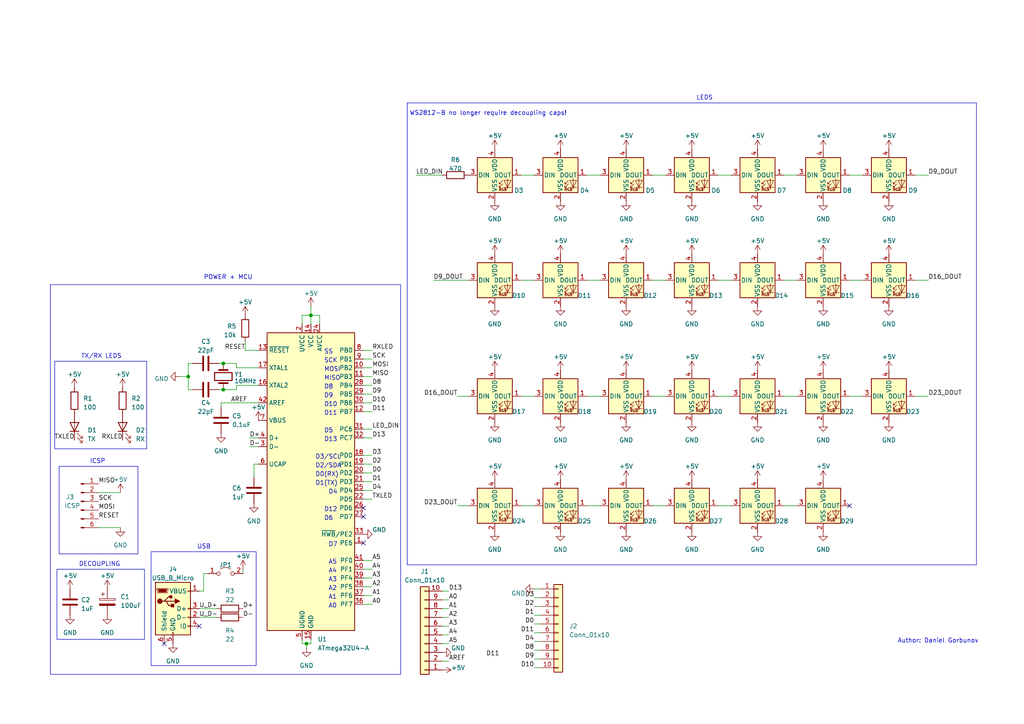
<source format=kicad_sch>
(kicad_sch (version 20230121) (generator eeschema)
  (paper "A4")
  (title_block (title "IEEE - DIY LEDs") (date "2024-03-17") (rev "v1"))
  (lib_symbols
    (symbol "Connector:Conn_01x06_Pin" (pin_names (offset 1.016) hide)
      (property "Reference" "J" (at 0 7.62 0))
      (property "Value" "Conn_01x06_Pin" (at 0 -10.16 0))
      (symbol "Conn_01x06_Pin_1_1"
        (pin passive line (at 5.08 5.08 180) (length 3.81) (name "Pin_1") (number "1"))
        (pin passive line (at 5.08 2.54 180) (length 3.81) (name "Pin_2") (number "2"))
        (pin passive line (at 5.08 0 180) (length 3.81) (name "Pin_3") (number "3"))
        (pin passive line (at 5.08 -2.54 180) (length 3.81) (name "Pin_4") (number "4"))
        (pin passive line (at 5.08 -5.08 180) (length 3.81) (name "Pin_5") (number "5"))
        (pin passive line (at 5.08 -7.62 180) (length 3.81) (name "Pin_6") (number "6"))
      )
    )
    (symbol "Connector:USB_B_Micro" (pin_names (offset 1.016))
      (property "Reference" "J" (at -5.08 11.43 0))
      (property "Value" "USB_B_Micro" (at -5.08 8.89 0))
      (symbol "USB_B_Micro_1_1"
        (pin power_out line (at 7.62 5.08 180) (length 2.54) (name "VBUS") (number "1"))
        (pin bidirectional line (at 7.62 -2.54 180) (length 2.54) (name "D-") (number "2"))
        (pin bidirectional line (at 7.62 0 180) (length 2.54) (name "D+") (number "3"))
        (pin passive line (at 7.62 -5.08 180) (length 2.54) (name "ID") (number "4"))
        (pin power_out line (at 0 -10.16 90) (length 2.54) (name "GND") (number "5"))
        (pin passive line (at -2.54 -10.16 90) (length 2.54) (name "Shield") (number "6"))
      )
    )
    (symbol "Connector_Generic:Conn_01x10" (pin_names (offset 1.016) hide)
      (property "Reference" "J" (at 0 12.7 0))
      (property "Value" "Conn_01x10" (at 0 -15.24 0))
      (symbol "Conn_01x10_1_1"
        (pin passive line (at -5.08 10.16 0) (length 3.81) (name "Pin_1") (number "1"))
        (pin passive line (at -5.08 -12.7 0) (length 3.81) (name "Pin_10") (number "10"))
        (pin passive line (at -5.08 7.62 0) (length 3.81) (name "Pin_2") (number "2"))
        (pin passive line (at -5.08 5.08 0) (length 3.81) (name "Pin_3") (number "3"))
        (pin passive line (at -5.08 2.54 0) (length 3.81) (name "Pin_4") (number "4"))
        (pin passive line (at -5.08 0 0) (length 3.81) (name "Pin_5") (number "5"))
        (pin passive line (at -5.08 -2.54 0) (length 3.81) (name "Pin_6") (number "6"))
        (pin passive line (at -5.08 -5.08 0) (length 3.81) (name "Pin_7") (number "7"))
        (pin passive line (at -5.08 -7.62 0) (length 3.81) (name "Pin_8") (number "8"))
        (pin passive line (at -5.08 -10.16 0) (length 3.81) (name "Pin_9") (number "9"))
      )
    )
    (symbol "Device:C" (pin_numbers hide) (pin_names (offset 0.254))
      (property "Reference" "C" (at 0.635 2.54 0))
      (property "Value" "C" (at 0.635 -2.54 0))
      (symbol "C_1_1"
        (pin passive line (at 0 3.81 270) (length 2.794) (name "~") (number "1"))
        (pin passive line (at 0 -3.81 90) (length 2.794) (name "~") (number "2"))
      )
    )
    (symbol "Device:C_Polarized" (pin_numbers hide) (pin_names (offset 0.254))
      (property "Reference" "C" (at 0.635 2.54 0))
      (property "Value" "C_Polarized" (at 0.635 -2.54 0))
      (symbol "C_Polarized_1_1"
        (pin passive line (at 0 3.81 270) (length 2.794) (name "~") (number "1"))
        (pin passive line (at 0 -3.81 90) (length 2.794) (name "~") (number "2"))
      )
    )
    (symbol "Device:Crystal" (pin_numbers hide) (pin_names (offset 1.016) hide)
      (property "Reference" "Y" (at 0 3.81 0))
      (property "Value" "Crystal" (at 0 -3.81 0))
      (symbol "Crystal_1_1"
        (pin passive line (at -3.81 0 0) (length 1.27) (name "1") (number "1"))
        (pin passive line (at 3.81 0 180) (length 1.27) (name "2") (number "2"))
      )
    )
    (symbol "Device:LED" (pin_numbers hide) (pin_names (offset 1.016) hide)
      (property "Reference" "D" (at 0 2.54 0))
      (property "Value" "LED" (at 0 -2.54 0))
      (symbol "LED_1_1"
        (pin passive line (at -3.81 0 0) (length 2.54) (name "K") (number "1"))
        (pin passive line (at 3.81 0 180) (length 2.54) (name "A") (number "2"))
      )
    )
    (symbol "Device:R" (pin_numbers hide) (pin_names (offset 0))
      (property "Reference" "R" (at 2.032 0 90))
      (property "Value" "R" (at 0 0 90))
      (symbol "R_1_1"
        (pin passive line (at 0 3.81 270) (length 1.27) (name "~") (number "1"))
        (pin passive line (at 0 -3.81 90) (length 1.27) (name "~") (number "2"))
      )
    )
    (symbol "Jumper:Jumper_2_Open" (pin_names (offset 0) hide)
      (property "Reference" "JP" (at 0 2.794 0))
      (property "Value" "Jumper_2_Open" (at 0 -2.286 0))
      (symbol "Jumper_2_Open_1_1"
        (pin passive line (at -5.08 0 0) (length 2.54) (name "A") (number "1"))
        (pin passive line (at 5.08 0 180) (length 2.54) (name "B") (number "2"))
      )
    )
    (symbol "LED:SK6812MINI" (pin_names (offset 0.254))
      (property "Reference" "D" (at 5.08 5.715 0))
      (property "Value" "SK6812MINI" (at 1.27 -5.715 0))
      (symbol "SK6812MINI_0_0"
        (text "RGB" (at 2.286 -4.191 0) (effects (font (size 0.762 0.762))))
      )
      (symbol "SK6812MINI_1_1"
        (pin output line (at 7.62 0 180) (length 2.54) (name "DOUT") (number "1"))
        (pin power_in line (at 0 -7.62 90) (length 2.54) (name "VSS") (number "2"))
        (pin input line (at -7.62 0 0) (length 2.54) (name "DIN") (number "3"))
        (pin power_in line (at 0 7.62 270) (length 2.54) (name "VDD") (number "4"))
      )
    )
    (symbol "MCU_Microchip_ATmega:ATmega32U4-A"
      (property "Reference" "U" (at -12.7 44.45 0))
      (property "Value" "ATmega32U4-A" (at 2.54 -44.45 0))
      (symbol "ATmega32U4-A_1_1"
        (pin bidirectional line (at 15.24 -17.78 180) (length 2.54) (name "PE6") (number "1"))
        (pin bidirectional line (at 15.24 33.02 180) (length 2.54) (name "PB2") (number "10"))
        (pin bidirectional line (at 15.24 30.48 180) (length 2.54) (name "PB3") (number "11"))
        (pin bidirectional line (at 15.24 20.32 180) (length 2.54) (name "PB7") (number "12"))
        (pin input line (at -15.24 38.1 0) (length 2.54) (name "~{RESET}") (number "13"))
        (pin power_in line (at 0 45.72 270) (length 2.54) (name "VCC") (number "14"))
        (pin power_in line (at 0 -45.72 90) (length 2.54) (name "GND") (number "15"))
        (pin output line (at -15.24 27.94 0) (length 2.54) (name "XTAL2") (number "16"))
        (pin input line (at -15.24 33.02 0) (length 2.54) (name "XTAL1") (number "17"))
        (pin bidirectional line (at 15.24 7.62 180) (length 2.54) (name "PD0") (number "18"))
        (pin bidirectional line (at 15.24 5.08 180) (length 2.54) (name "PD1") (number "19"))
        (pin power_in line (at -2.54 45.72 270) (length 2.54) (name "UVCC") (number "2"))
        (pin bidirectional line (at 15.24 2.54 180) (length 2.54) (name "PD2") (number "20"))
        (pin bidirectional line (at 15.24 0 180) (length 2.54) (name "PD3") (number "21"))
        (pin bidirectional line (at 15.24 -5.08 180) (length 2.54) (name "PD5") (number "22"))
        (pin passive line (at 0 -45.72 90) (length 2.54) hide (name "GND") (number "23"))
        (pin power_in line (at 2.54 45.72 270) (length 2.54) (name "AVCC") (number "24"))
        (pin bidirectional line (at 15.24 -2.54 180) (length 2.54) (name "PD4") (number "25"))
        (pin bidirectional line (at 15.24 -7.62 180) (length 2.54) (name "PD6") (number "26"))
        (pin bidirectional line (at 15.24 -10.16 180) (length 2.54) (name "PD7") (number "27"))
        (pin bidirectional line (at 15.24 27.94 180) (length 2.54) (name "PB4") (number "28"))
        (pin bidirectional line (at 15.24 25.4 180) (length 2.54) (name "PB5") (number "29"))
        (pin bidirectional line (at -15.24 10.16 0) (length 2.54) (name "D-") (number "3"))
        (pin bidirectional line (at 15.24 22.86 180) (length 2.54) (name "PB6") (number "30"))
        (pin bidirectional line (at 15.24 15.24 180) (length 2.54) (name "PC6") (number "31"))
        (pin bidirectional line (at 15.24 12.7 180) (length 2.54) (name "PC7") (number "32"))
        (pin bidirectional line (at 15.24 -15.24 180) (length 2.54) (name "~{HWB}/PE2") (number "33"))
        (pin passive line (at 0 45.72 270) (length 2.54) hide (name "VCC") (number "34"))
        (pin passive line (at 0 -45.72 90) (length 2.54) hide (name "GND") (number "35"))
        (pin bidirectional line (at 15.24 -35.56 180) (length 2.54) (name "PF7") (number "36"))
        (pin bidirectional line (at 15.24 -33.02 180) (length 2.54) (name "PF6") (number "37"))
        (pin bidirectional line (at 15.24 -30.48 180) (length 2.54) (name "PF5") (number "38"))
        (pin bidirectional line (at 15.24 -27.94 180) (length 2.54) (name "PF4") (number "39"))
        (pin bidirectional line (at -15.24 12.7 0) (length 2.54) (name "D+") (number "4"))
        (pin bidirectional line (at 15.24 -25.4 180) (length 2.54) (name "PF1") (number "40"))
        (pin bidirectional line (at 15.24 -22.86 180) (length 2.54) (name "PF0") (number "41"))
        (pin passive line (at -15.24 22.86 0) (length 2.54) (name "AREF") (number "42"))
        (pin passive line (at 0 -45.72 90) (length 2.54) hide (name "GND") (number "43"))
        (pin passive line (at 2.54 45.72 270) (length 2.54) hide (name "AVCC") (number "44"))
        (pin passive line (at -2.54 -45.72 90) (length 2.54) (name "UGND") (number "5"))
        (pin passive line (at -15.24 5.08 0) (length 2.54) (name "UCAP") (number "6"))
        (pin input line (at -15.24 17.78 0) (length 2.54) (name "VBUS") (number "7"))
        (pin bidirectional line (at 15.24 38.1 180) (length 2.54) (name "PB0") (number "8"))
        (pin bidirectional line (at 15.24 35.56 180) (length 2.54) (name "PB1") (number "9"))
      )
    )
    (symbol "Sensor_Motion:BNO055"
      (property "Reference" "U" (at -11.43 16.51 0))
      (property "Value" "BNO055" (at 12.7 16.51 0))
      (symbol "BNO055_1_1"
        (pin no_connect line (at -12.7 10.16 0) (length 2.54) hide (name "PIN1") (number "1"))
        (pin output line (at -15.24 0 0) (length 2.54) (name "BL_IND") (number "10"))
        (pin input line (at -15.24 12.7 0) (length 2.54) (name "~{RESET}") (number "11"))
        (pin no_connect line (at 12.7 10.16 180) (length 2.54) hide (name "PIN12") (number "12"))
        (pin no_connect line (at 12.7 7.62 180) (length 2.54) hide (name "PIN13") (number "13"))
        (pin output line (at -15.24 7.62 0) (length 2.54) (name "INT") (number "14"))
        (pin power_in line (at 2.54 -17.78 90) (length 2.54) (name "GNDIO") (number "15"))
        (pin passive line (at 2.54 -17.78 90) (length 2.54) hide (name "GNDIO") (number "16"))
        (pin input line (at -15.24 -12.7 0) (length 2.54) (name "COM3") (number "17"))
        (pin passive line (at -15.24 -10.16 0) (length 2.54) (name "COM2") (number "18"))
        (pin bidirectional line (at -15.24 -7.62 0) (length 2.54) (name "COM1") (number "19"))
        (pin power_in line (at -2.54 -17.78 90) (length 2.54) (name "GND") (number "2"))
        (pin bidirectional line (at -15.24 -5.08 0) (length 2.54) (name "COM0") (number "20"))
        (pin no_connect line (at 12.7 5.08 180) (length 2.54) hide (name "PIN21") (number "21"))
        (pin no_connect line (at 12.7 2.54 180) (length 2.54) hide (name "PIN22") (number "22"))
        (pin no_connect line (at 12.7 -2.54 180) (length 2.54) hide (name "PIN23") (number "23"))
        (pin no_connect line (at 12.7 -5.08 180) (length 2.54) hide (name "PIN24") (number "24"))
        (pin passive line (at 2.54 -17.78 90) (length 2.54) hide (name "GNDIO") (number "25"))
        (pin output line (at 15.24 12.7 180) (length 2.54) (name "XOUT32") (number "26"))
        (pin input line (at 15.24 0 180) (length 2.54) (name "XIN32") (number "27"))
        (pin power_in line (at 2.54 17.78 270) (length 2.54) (name "VDDIO") (number "28"))
        (pin power_in line (at -2.54 17.78 270) (length 2.54) (name "VDD") (number "3"))
        (pin input line (at -15.24 2.54 0) (length 2.54) (name "~{BOOT_LOAD_PIN}") (number "4"))
        (pin input line (at 15.24 -10.16 180) (length 2.54) (name "PS1") (number "5"))
        (pin input line (at 15.24 -7.62 180) (length 2.54) (name "PS0") (number "6"))
        (pin no_connect line (at -12.7 5.08 0) (length 2.54) hide (name "PIN7") (number "7"))
        (pin no_connect line (at -12.7 -2.54 0) (length 2.54) hide (name "PIN8") (number "8"))
        (pin passive line (at 15.24 -12.7 180) (length 2.54) (name "CAP") (number "9"))
      )
    )
    (symbol "power:+5V" (power) (pin_names (offset 0))
      (property "Value" "+5V" (at 0 3.556 0))
      (symbol "+5V_1_1"
        (pin power_in line (at 0 0 90) (length 0) hide (name "+5V") (number "1"))
      )
    )
    (symbol "power:GND" (power) (pin_names (offset 0))
      (property "Value" "GND" (at 0 -3.81 0))
      (symbol "GND_1_1"
        (pin power_in line (at 0 0 270) (length 0) hide (name "GND") (number "1"))
      )
    )
  )
  (junction (at 54.61 109.22))
  (junction (at 64.77 105.41))
  (junction (at 90.17 91.44))
  (junction (at 64.77 113.03))
  (junction (at 88.9 186.69))
  (no_connect (at 105.41 157.48))
  (no_connect (at 105.41 149.86))
  (no_connect (at 57.785 181.61))
  (no_connect (at 105.41 147.32))
  (no_connect (at 246.38 146.685))
  (no_connect (at 47.625 186.69))
  (wire (pts (xy 128.27 171.45) (xy 130.175 171.45)))
  (wire (pts (xy 105.41 137.16) (xy 107.95 137.16)))
  (wire (pts (xy 154.94 186.055) (xy 156.845 186.055)))
  (wire (pts (xy 105.41 132.08) (xy 107.95 132.08)))
  (wire (pts (xy 63.5 105.41) (xy 64.77 105.41)))
  (wire (pts (xy 132.715 114.935) (xy 135.89 114.935)))
  (wire (pts (xy 105.41 116.84) (xy 107.95 116.84)))
  (wire (pts (xy 227.33 50.8) (xy 231.14 50.8)))
  (wire (pts (xy 154.94 188.595) (xy 156.845 188.595)))
  (wire (pts (xy 105.41 101.6) (xy 107.95 101.6)))
  (wire (pts (xy 63.5 113.03) (xy 64.77 113.03)))
  (wire (pts (xy 87.63 185.42) (xy 87.63 186.69)))
  (wire (pts (xy 189.23 114.935) (xy 193.04 114.935)))
  (wire (pts (xy 64.135 116.84) (xy 74.93 116.84)))
  (wire (pts (xy 128.27 184.15) (xy 130.175 184.15)))
  (wire (pts (xy 68.58 111.76) (xy 68.58 113.03)))
  (wire (pts (xy 105.41 104.14) (xy 107.95 104.14)))
  (wire (pts (xy 105.41 111.76) (xy 107.95 111.76)))
  (wire (pts (xy 105.41 167.64) (xy 107.95 167.64)))
  (wire (pts (xy 107.95 106.68) (xy 105.41 106.68)))
  (wire (pts (xy 128.27 186.69) (xy 130.175 186.69)))
  (wire (pts (xy 105.41 124.46) (xy 107.95 124.46)))
  (wire (pts (xy 105.41 134.62) (xy 107.95 134.62)))
  (wire (pts (xy 74.93 106.68) (xy 68.58 106.68)))
  (wire (pts (xy 54.61 113.03) (xy 55.88 113.03)))
  (wire (pts (xy 128.27 173.99) (xy 130.175 173.99)))
  (wire (pts (xy 189.23 81.28) (xy 193.04 81.28)))
  (wire (pts (xy 154.94 191.135) (xy 156.845 191.135)))
  (wire (pts (xy 128.27 191.77) (xy 130.175 191.77)))
  (wire (pts (xy 59.055 166.37) (xy 59.055 171.45)))
  (wire (pts (xy 54.61 105.41) (xy 54.61 109.22)))
  (wire (pts (xy 170.18 114.935) (xy 173.99 114.935)))
  (wire (pts (xy 170.18 81.28) (xy 173.99 81.28)))
  (wire (pts (xy 246.38 114.935) (xy 250.19 114.935)))
  (wire (pts (xy 208.28 146.685) (xy 212.09 146.685)))
  (wire (pts (xy 105.41 175.26) (xy 107.95 175.26)))
  (wire (pts (xy 34.925 153.035) (xy 28.575 153.035)))
  (wire (pts (xy 105.41 127) (xy 107.95 127)))
  (wire (pts (xy 105.41 165.1) (xy 107.95 165.1)))
  (wire (pts (xy 90.17 186.69) (xy 88.9 186.69)))
  (wire (pts (xy 105.41 142.24) (xy 107.95 142.24)))
  (wire (pts (xy 72.39 127) (xy 74.93 127)))
  (wire (pts (xy 208.28 81.28) (xy 212.09 81.28)))
  (wire (pts (xy 73.66 134.62) (xy 74.93 134.62)))
  (wire (pts (xy 105.41 144.78) (xy 107.95 144.78)))
  (wire (pts (xy 59.055 171.45) (xy 57.785 171.45)))
  (wire (pts (xy 68.58 105.41) (xy 64.77 105.41)))
  (wire (pts (xy 62.865 176.53) (xy 57.785 176.53)))
  (wire (pts (xy 120.65 50.8) (xy 128.27 50.8)))
  (wire (pts (xy 68.58 113.03) (xy 64.77 113.03)))
  (wire (pts (xy 151.13 114.935) (xy 154.94 114.935)))
  (wire (pts (xy 90.17 91.44) (xy 90.17 88.9)))
  (wire (pts (xy 62.865 179.07) (xy 57.785 179.07)))
  (wire (pts (xy 154.94 170.815) (xy 156.845 170.815)))
  (wire (pts (xy 105.41 172.72) (xy 107.95 172.72)))
  (wire (pts (xy 87.63 186.69) (xy 88.9 186.69)))
  (wire (pts (xy 265.43 114.935) (xy 269.24 114.935)))
  (wire (pts (xy 68.58 106.68) (xy 68.58 105.41)))
  (wire (pts (xy 154.94 193.675) (xy 156.845 193.675)))
  (wire (pts (xy 265.43 81.28) (xy 269.24 81.28)))
  (wire (pts (xy 90.17 91.44) (xy 90.17 93.98)))
  (wire (pts (xy 151.13 81.28) (xy 154.94 81.28)))
  (wire (pts (xy 154.94 180.975) (xy 156.845 180.975)))
  (wire (pts (xy 92.71 93.98) (xy 92.71 91.44)))
  (wire (pts (xy 151.13 146.685) (xy 154.94 146.685)))
  (wire (pts (xy 105.41 119.38) (xy 107.95 119.38)))
  (wire (pts (xy 208.28 50.8) (xy 212.09 50.8)))
  (wire (pts (xy 105.41 170.18) (xy 107.95 170.18)))
  (wire (pts (xy 132.715 146.685) (xy 135.89 146.685)))
  (wire (pts (xy 189.23 146.685) (xy 193.04 146.685)))
  (wire (pts (xy 87.63 91.44) (xy 90.17 91.44)))
  (wire (pts (xy 151.13 50.8) (xy 154.94 50.8)))
  (wire (pts (xy 72.39 129.54) (xy 74.93 129.54)))
  (wire (pts (xy 71.12 99.06) (xy 71.12 101.6)))
  (wire (pts (xy 70.485 165.1) (xy 70.485 166.37)))
  (wire (pts (xy 128.27 179.07) (xy 130.175 179.07)))
  (wire (pts (xy 170.18 146.685) (xy 173.99 146.685)))
  (wire (pts (xy 88.9 186.69) (xy 88.9 187.96)))
  (wire (pts (xy 71.12 101.6) (xy 74.93 101.6)))
  (wire (pts (xy 60.325 166.37) (xy 59.055 166.37)))
  (wire (pts (xy 128.27 176.53) (xy 130.175 176.53)))
  (wire (pts (xy 189.23 50.8) (xy 193.04 50.8)))
  (wire (pts (xy 105.41 114.3) (xy 107.95 114.3)))
  (wire (pts (xy 227.33 114.935) (xy 231.14 114.935)))
  (wire (pts (xy 54.61 109.22) (xy 52.07 109.22)))
  (wire (pts (xy 208.28 114.935) (xy 212.09 114.935)))
  (wire (pts (xy 246.38 81.28) (xy 250.19 81.28)))
  (wire (pts (xy 246.38 50.8) (xy 250.19 50.8)))
  (wire (pts (xy 265.43 50.8) (xy 269.24 50.8)))
  (wire (pts (xy 154.94 175.895) (xy 156.845 175.895)))
  (wire (pts (xy 34.925 142.875) (xy 28.575 142.875)))
  (wire (pts (xy 105.41 109.22) (xy 107.95 109.22)))
  (wire (pts (xy 128.27 181.61) (xy 130.175 181.61)))
  (wire (pts (xy 54.61 109.22) (xy 54.61 113.03)))
  (wire (pts (xy 125.73 81.28) (xy 135.89 81.28)))
  (wire (pts (xy 64.135 116.84) (xy 64.135 118.11)))
  (wire (pts (xy 154.94 183.515) (xy 156.845 183.515)))
  (wire (pts (xy 105.41 162.56) (xy 107.95 162.56)))
  (wire (pts (xy 170.18 50.8) (xy 173.99 50.8)))
  (wire (pts (xy 92.71 91.44) (xy 90.17 91.44)))
  (wire (pts (xy 90.17 185.42) (xy 90.17 186.69)))
  (wire (pts (xy 54.61 105.41) (xy 55.88 105.41)))
  (wire (pts (xy 227.33 146.685) (xy 231.14 146.685)))
  (wire (pts (xy 227.33 81.28) (xy 231.14 81.28)))
  (wire (pts (xy 154.94 173.355) (xy 156.845 173.355)))
  (wire (pts (xy 74.93 111.76) (xy 68.58 111.76)))
  (wire (pts (xy 154.94 178.435) (xy 156.845 178.435)))
  (wire (pts (xy 105.41 139.7) (xy 107.95 139.7)))
  (wire (pts (xy 73.66 138.43) (xy 73.66 134.62)))
  (wire (pts (xy 87.63 93.98) (xy 87.63 91.44)))
  (rectangle (start 118.11 29.845) (end 283.21 163.83))
  (rectangle (start 15.875 104.775) (end 42.545 130.175))
  (rectangle (start 14.605 82.55) (end 116.205 195.58))
  (rectangle (start 16.51 165.1) (end 41.91 185.42))
  (rectangle (start 17.145 135.255) (end 40.005 160.655))
  (rectangle (start 43.815 160.02) (end 74.295 193.04))
  (text "MOSI" (at 93.98 107.95 0) (effects (font (size 1.27 1.27)) (justify left bottom)))
  (text "D4" (at 95.25 143.51 0) (effects (font (size 1.27 1.27)) (justify left bottom)))
  (text "A4" (at 95.25 166.37 0) (effects (font (size 1.27 1.27)) (justify left bottom)))
  (text "D2/SDA" (at 91.44 135.89 0) (effects (font (size 1.27 1.27)) (justify left bottom)))
  (text "LEDS" (at 201.93 29.21 0) (effects (font (size 1.27 1.27)) (justify left bottom)))
  (text "D8" (at 93.98 113.03 0) (effects (font (size 1.27 1.27)) (justify left bottom)))
  (text "D11" (at 93.98 120.65 0) (effects (font (size 1.27 1.27)) (justify left bottom)))
  (text "D3/SCL" (at 91.44 133.35 0) (effects (font (size 1.27 1.27)) (justify left bottom)))
  (text "USB" (at 57.15 159.385 0) (effects (font (size 1.27 1.27)) (justify left bottom)))
  (text "D9" (at 93.98 115.57 0) (effects (font (size 1.27 1.27)) (justify left bottom)))
  (text "A2" (at 95.25 171.45 0) (effects (font (size 1.27 1.27)) (justify left bottom)))
  (text "DECOUPLING" (at 22.86 164.465 0) (effects (font (size 1.27 1.27)) (justify left bottom)))
  (text "D6" (at 93.98 151.13 0) (effects (font (size 1.27 1.27)) (justify left bottom)))
  (text "D1(TX)" (at 91.44 140.97 0) (effects (font (size 1.27 1.27)) (justify left bottom)))
  (text "A1" (at 95.25 173.99 0) (effects (font (size 1.27 1.27)) (justify left bottom)))
  (text "D13" (at 93.98 128.27 0) (effects (font (size 1.27 1.27)) (justify left bottom)))
  (text "D5" (at 93.98 125.73 0) (effects (font (size 1.27 1.27)) (justify left bottom)))
  (text "A0" (at 95.25 176.53 0) (effects (font (size 1.27 1.27)) (justify left bottom)))
  (text "WS2812-B no longer require decoupling caps!" (at 118.745 33.655 0) (effects (font (size 1.27 1.27)) (justify left bottom)))
  (text "Author: Daniel Gorbunov" (at 260.35 186.69 0) (effects (font (size 1.27 1.27)) (justify left bottom)))
  (text "MISO" (at 93.98 110.49 0) (effects (font (size 1.27 1.27)) (justify left bottom)))
  (text "D10" (at 93.98 118.11 0) (effects (font (size 1.27 1.27)) (justify left bottom)))
  (text "SS" (at 93.98 102.87 0) (effects (font (size 1.27 1.27)) (justify left bottom)))
  (text "A5" (at 95.25 163.83 0) (effects (font (size 1.27 1.27)) (justify left bottom)))
  (text "A3" (at 95.25 168.91 0) (effects (font (size 1.27 1.27)) (justify left bottom)))
  (text "POWER + MCU" (at 59.055 81.28 0) (effects (font (size 1.27 1.27)) (justify left bottom)))
  (text "TX/RX LEDS" (at 23.495 104.14 0) (effects (font (size 1.27 1.27)) (justify left bottom)))
  (text "ICSP" (at 26.035 134.62 0) (effects (font (size 1.27 1.27)) (justify left bottom)))
  (text "SCK" (at 93.98 105.41 0) (effects (font (size 1.27 1.27)) (justify left bottom)))
  (text "D12" (at 93.98 148.59 0) (effects (font (size 1.27 1.27)) (justify left bottom)))
  (text "D0(RX)" (at 91.44 138.43 0) (effects (font (size 1.27 1.27)) (justify left bottom)))
  (text "D7" (at 95.25 158.75 0) (effects (font (size 1.27 1.27)) (justify left bottom)))
  (label "A3" (at 130.175 181.61 0))
  (label "A5" (at 107.95 162.56 0))
  (label "A2" (at 130.175 179.07 0))
  (label "A4" (at 107.95 165.1 0))
  (label "D0" (at 154.94 180.975 180))
  (label "SCK" (at 107.95 104.14 0))
  (label "TXLED" (at 21.59 127.635 180))
  (label "D-" (at 72.39 129.54 0))
  (label "D1" (at 107.95 139.7 0))
  (label "AREF" (at 71.755 116.84 180))
  (label "A0" (at 107.95 175.26 0))
  (label "D2" (at 107.95 134.62 0))
  (label "LED_DIN" (at 107.95 124.46 0))
  (label "D13" (at 130.175 171.45 0))
  (label "D16_DOUT" (at 269.24 81.28 0))
  (label "SCK" (at 28.575 145.415 0))
  (label "U_D-" (at 57.785 179.07 0))
  (label "LED_DIN" (at 120.65 50.8 0))
  (label "RXLED" (at 35.56 127.635 180))
  (label "D10" (at 107.95 116.84 0))
  (label "D16_DOUT" (at 132.715 114.935 180))
  (label "RESET" (at 71.12 101.6 180))
  (label "D11" (at 140.97 190.5 0))
  (label "D2" (at 154.94 175.895 180))
  (label "A2" (at 107.95 170.18 0))
  (label "D3" (at 154.94 173.355 180))
  (label "D1" (at 154.94 178.435 180))
  (label "D0" (at 107.95 137.16 0))
  (label "A5" (at 130.175 186.69 0))
  (label "D4" (at 107.95 142.24 0))
  (label "D13" (at 107.95 127 0))
  (label "A1" (at 130.175 176.53 0))
  (label "D9" (at 107.95 114.3 0))
  (label "D8" (at 154.94 188.595 180))
  (label "D-" (at 70.485 179.07 0))
  (label "MOSI" (at 28.575 147.955 0))
  (label "D3" (at 107.95 132.08 0))
  (label "A4" (at 130.175 184.15 0))
  (label "TXLED" (at 107.95 144.78 0))
  (label "D10" (at 154.94 193.675 180))
  (label "RXLED" (at 107.95 101.6 0))
  (label "D23_DOUT" (at 269.24 114.935 0))
  (label "D+" (at 70.485 176.53 0))
  (label "A0" (at 130.175 173.99 0))
  (label "D11" (at 154.94 183.515 180))
  (label "D23_DOUT" (at 132.715 146.685 180))
  (label "A1" (at 107.95 172.72 0))
  (label "RESET" (at 28.575 150.495 0))
  (label "MISO" (at 107.95 109.22 0))
  (label "D9_DOUT" (at 125.73 81.28 0))
  (label "MISO" (at 28.575 140.335 0))
  (label "D+" (at 72.39 127 0))
  (label "D9_DOUT" (at 269.24 50.8 0))
  (label "MOSI" (at 107.95 106.68 0))
  (label "D4" (at 154.94 186.055 180))
  (label "U_D+" (at 57.785 176.53 0))
  (label "D9" (at 154.94 191.135 180))
  (label "D11" (at 107.95 119.38 0))
  (label "A3" (at 107.95 167.64 0))
  (label "AREF" (at 130.175 191.77 0))
  (label "D8" (at 107.95 111.76 0))
  (symbol (lib_id "power:+5V") (at 70.485 165.1 0) (unit 1)
    (property "Reference" "#PWR016" (effects hide))
    (property "Value" "+5V" (at 70.485 161.29 0))
  )
  (symbol (lib_id "power:GND") (at 162.56 58.42 0) (unit 1)
    (property "Reference" "#PWR024" (effects hide))
    (property "Value" "GND" (at 162.56 63.5 0))
  )
  (symbol (lib_id "power:+5V") (at 74.93 121.92 0) (unit 1)
    (property "Reference" "#PWR017" (effects hide))
    (property "Value" "+5V" (at 74.93 118.11 0))
  )
  (symbol (lib_id "Device:R") (at 66.675 179.07 270) (unit 1)
    (property "Reference" "R4" (at 66.675 182.88 90))
    (property "Value" "22" (at 66.675 185.42 90))
    (property "Footprint" "Resistor_SMD:R_0805_2012Metric_Pad1.20x1.40mm_HandSolder" (effects hide))
  )
  (symbol (lib_id "power:+5V") (at 181.61 43.18 0) (unit 1)
    (property "Reference" "#PWR03" (effects hide))
    (property "Value" "+5V" (at 181.61 39.37 0))
  )
  (symbol (lib_id "power:+5V") (at 162.56 139.065 0) (unit 1)
    (property "Reference" "#PWR066" (effects hide))
    (property "Value" "+5V" (at 162.56 135.255 0))
  )
  (symbol (lib_id "power:GND") (at 73.66 146.05 0) (unit 1)
    (property "Reference" "#PWR015" (effects hide))
    (property "Value" "GND" (at 73.66 151.13 0))
  )
  (symbol (lib_id "power:+5V") (at 143.51 107.315 0) (unit 1)
    (property "Reference" "#PWR050" (effects hide))
    (property "Value" "+5V" (at 143.51 103.505 0))
  )
  (symbol (lib_id "LED:SK6812MINI") (at 143.51 50.8 0) (unit 1)
    (property "Reference" "D3" (at 150.495 55.245 0))
    (property "Value" "SK6812MINI" (effects hide))
    (property "Footprint" "LED_SMD:LED_SK6812MINI_PLCC4_3.5x3.5mm_P1.75mm" (effects hide))
    (property "Datasheet" "https://cdn-shop.adafruit.com/product-files/2686/SK6812MINI_REV.01-1-2.pdf" (effects hide))
  )
  (symbol (lib_id "power:+5V") (at 143.51 73.66 0) (unit 1)
    (property "Reference" "#PWR031" (effects hide))
    (property "Value" "+5V" (at 143.51 69.85 0))
  )
  (symbol (lib_id "power:+5V") (at 90.17 88.9 0) (unit 1)
    (property "Reference" "#PWR046" (effects hide))
    (property "Value" "+5V" (at 90.17 85.09 0))
  )
  (symbol (lib_id "LED:SK6812MINI") (at 257.81 114.935 0) (unit 1)
    (property "Reference" "D23" (at 264.795 119.38 0))
    (property "Value" "SK6812MINI" (effects hide))
    (property "Footprint" "LED_SMD:LED_SK6812MINI_PLCC4_3.5x3.5mm_P1.75mm" (effects hide))
    (property "Datasheet" "https://cdn-shop.adafruit.com/product-files/2686/SK6812MINI_REV.01-1-2.pdf" (effects hide))
  )
  (symbol (lib_id "power:GND") (at 162.56 88.9 0) (unit 1)
    (property "Reference" "#PWR034" (effects hide))
    (property "Value" "GND" (at 162.56 93.98 0))
  )
  (symbol (lib_id "MCU_Microchip_ATmega:ATmega32U4-A") (at 90.17 139.7 0) (unit 1)
    (property "Reference" "U1" (at 92.1259 185.42 0) (effects (justify left)))
    (property "Value" "ATmega32U4-A" (at 92.1259 187.96 0) (effects (justify left)))
    (property "Footprint" "Package_QFP:TQFP-44_10x10mm_P0.8mm" (effects hide))
    (property "Datasheet" "http://ww1.microchip.com/downloads/en/DeviceDoc/Atmel-7766-8-bit-AVR-ATmega16U4-32U4_Datasheet.pdf" (effects hide))
  )
  (symbol (lib_id "LED:SK6812MINI") (at 257.81 50.8 0) (unit 1)
    (property "Reference" "D9" (at 264.795 55.245 0))
    (property "Value" "SK6812MINI" (effects hide))
    (property "Footprint" "LED_SMD:LED_SK6812MINI_PLCC4_3.5x3.5mm_P1.75mm" (effects hide))
    (property "Datasheet" "https://cdn-shop.adafruit.com/product-files/2686/SK6812MINI_REV.01-1-2.pdf" (effects hide))
  )
  (symbol (lib_id "LED:SK6812MINI") (at 238.76 146.685 0) (unit 1)
    (property "Reference" "D29" (at 245.745 151.13 0))
    (property "Value" "SK6812MINI" (effects hide))
    (property "Footprint" "LED_SMD:LED_SK6812MINI_PLCC4_3.5x3.5mm_P1.75mm" (effects hide))
    (property "Datasheet" "https://cdn-shop.adafruit.com/product-files/2686/SK6812MINI_REV.01-1-2.pdf" (effects hide))
  )
  (symbol (lib_id "Device:R") (at 66.675 176.53 270) (unit 1)
    (property "Reference" "R3" (at 66.675 171.45 90))
    (property "Value" "22" (at 66.675 173.99 90))
    (property "Footprint" "Resistor_SMD:R_0805_2012Metric_Pad1.20x1.40mm_HandSolder" (effects hide))
  )
  (symbol (lib_id "power:+5V") (at 238.76 73.66 0) (unit 1)
    (property "Reference" "#PWR041" (effects hide))
    (property "Value" "+5V" (at 238.76 69.85 0))
  )
  (symbol (lib_id "Device:LED") (at 21.59 123.825 90) (unit 1)
    (property "Reference" "D1" (at 25.4 124.7775 90) (effects (justify right)))
    (property "Value" "TX" (at 25.4 127.3175 90) (effects (justify right)))
    (property "Footprint" "LED_SMD:LED_0805_2012Metric_Pad1.15x1.40mm_HandSolder" (effects hide))
  )
  (symbol (lib_id "power:GND") (at 200.66 154.305 0) (unit 1)
    (property "Reference" "#PWR071" (effects hide))
    (property "Value" "GND" (at 200.66 159.385 0))
  )
  (symbol (lib_id "Connector:Conn_01x06_Pin") (at 23.495 145.415 0) (unit 1)
    (property "Reference" "J3" (at 20.32 144.145 0))
    (property "Value" "ICSP" (at 20.955 146.685 0))
    (property "Footprint" "Connector_PinHeader_2.54mm:PinHeader_2x03_P2.54mm_Vertical" (effects hide))
  )
  (symbol (lib_id "LED:SK6812MINI") (at 162.56 146.685 0) (unit 1)
    (property "Reference" "D25" (at 169.545 151.13 0))
    (property "Value" "SK6812MINI" (effects hide))
    (property "Footprint" "LED_SMD:LED_SK6812MINI_PLCC4_3.5x3.5mm_P1.75mm" (effects hide))
    (property "Datasheet" "https://cdn-shop.adafruit.com/product-files/2686/SK6812MINI_REV.01-1-2.pdf" (effects hide))
  )
  (symbol (lib_id "power:GND") (at 257.81 88.9 0) (unit 1)
    (property "Reference" "#PWR044" (effects hide))
    (property "Value" "GND" (at 257.81 93.98 0))
  )
  (symbol (lib_id "power:GND") (at 20.32 178.435 0) (unit 1)
    (property "Reference" "#PWR08" (effects hide))
    (property "Value" "GND" (at 20.32 183.515 0))
  )
  (symbol (lib_id "power:+5V") (at 35.56 112.395 0) (unit 1)
    (property "Reference" "#PWR06" (effects hide))
    (property "Value" "+5V" (at 35.56 108.585 0))
  )
  (symbol (lib_id "Connector_Generic:Conn_01x10") (at 161.925 180.975 0) (unit 1)
    (property "Reference" "J2" (at 165.1 181.61 0) (effects (justify left)))
    (property "Value" "Conn_01x10" (at 165.1 184.15 0) (effects (justify left)))
    (property "Footprint" "Connector_PinHeader_2.54mm:PinHeader_1x10_P2.54mm_Vertical" (effects hide))
  )
  (symbol (lib_id "LED:SK6812MINI") (at 143.51 81.28 0) (unit 1)
    (property "Reference" "D10" (at 150.495 85.725 0))
    (property "Value" "SK6812MINI" (effects hide))
    (property "Footprint" "LED_SMD:LED_SK6812MINI_PLCC4_3.5x3.5mm_P1.75mm" (effects hide))
    (property "Datasheet" "https://cdn-shop.adafruit.com/product-files/2686/SK6812MINI_REV.01-1-2.pdf" (effects hide))
  )
  (symbol (lib_id "Device:C") (at 73.66 142.24 0) (unit 1)
    (property "Reference" "C6" (at 67.31 141.605 0) (effects (justify left)))
    (property "Value" "1uF" (at 67.31 144.145 0) (effects (justify left)))
    (property "Footprint" "Capacitor_SMD:C_0805_2012Metric_Pad1.18x1.45mm_HandSolder" (effects hide))
  )
  (symbol (lib_id "power:+5V") (at 200.66 43.18 0) (unit 1)
    (property "Reference" "#PWR05" (effects hide))
    (property "Value" "+5V" (at 200.66 39.37 0))
  )
  (symbol (lib_id "power:GND") (at 52.07 109.22 270) (unit 1)
    (property "Reference" "#PWR09" (effects hide))
    (property "Value" "GND" (at 48.895 109.855 90) (effects (justify right)))
  )
  (symbol (lib_id "Device:Crystal") (at 64.77 109.22 270) (unit 1)
    (property "Reference" "Y1" (at 67.945 108.585 90) (effects (justify left)))
    (property "Value" "16MHz" (at 67.945 110.49 90) (effects (justify left)))
    (property "Footprint" "Crystal:Crystal_SMD_5032-2Pin_5.0x3.2mm" (effects hide))
  )
  (symbol (lib_id "power:+5V") (at 162.56 73.66 0) (unit 1)
    (property "Reference" "#PWR033" (effects hide))
    (property "Value" "+5V" (at 162.56 69.85 0))
  )
  (symbol (lib_id "power:+5V") (at 34.925 142.875 0) (unit 1)
    (property "Reference" "#PWR011" (effects hide))
    (property "Value" "+5V" (at 34.925 139.065 0))
  )
  (symbol (lib_id "Device:LED") (at 35.56 123.825 90) (unit 1)
    (property "Reference" "D2" (at 39.37 124.7775 90) (effects (justify right)))
    (property "Value" "RX" (at 39.37 127.3175 90) (effects (justify right)))
    (property "Footprint" "LED_SMD:LED_0805_2012Metric_Pad1.15x1.40mm_HandSolder" (effects hide))
  )
  (symbol (lib_id "power:GND") (at 181.61 122.555 0) (unit 1)
    (property "Reference" "#PWR055" (effects hide))
    (property "Value" "GND" (at 181.61 127.635 0))
  )
  (symbol (lib_id "Device:C") (at 20.32 174.625 0) (unit 1)
    (property "Reference" "C2" (at 23.495 173.99 0) (effects (justify left)))
    (property "Value" "1uF" (at 23.495 176.53 0) (effects (justify left)))
    (property "Footprint" "Capacitor_SMD:C_0805_2012Metric_Pad1.18x1.45mm_HandSolder" (effects hide))
  )
  (symbol (lib_id "power:+5V") (at 181.61 107.315 0) (unit 1)
    (property "Reference" "#PWR054" (effects hide))
    (property "Value" "+5V" (at 181.61 103.505 0))
  )
  (symbol (lib_id "LED:SK6812MINI") (at 257.81 81.28 0) (unit 1)
    (property "Reference" "D16" (at 264.795 85.725 0))
    (property "Value" "SK6812MINI" (effects hide))
    (property "Footprint" "LED_SMD:LED_SK6812MINI_PLCC4_3.5x3.5mm_P1.75mm" (effects hide))
    (property "Datasheet" "https://cdn-shop.adafruit.com/product-files/2686/SK6812MINI_REV.01-1-2.pdf" (effects hide))
  )
  (symbol (lib_id "Device:R") (at 132.08 50.8 90) (unit 1)
    (property "Reference" "R6" (at 132.08 46.355 90))
    (property "Value" "470" (at 132.08 48.895 90))
    (property "Footprint" "Resistor_SMD:R_0805_2012Metric_Pad1.20x1.40mm_HandSolder" (effects hide))
  )
  (symbol (lib_id "power:+5V") (at 128.27 194.31 270) (unit 1)
    (property "Reference" "#PWR047" (effects hide))
    (property "Value" "+5V" (at 130.81 193.675 90) (effects (justify left)))
  )
  (symbol (lib_id "power:+5V") (at 200.66 73.66 0) (unit 1)
    (property "Reference" "#PWR037" (effects hide))
    (property "Value" "+5V" (at 200.66 69.85 0))
  )
  (symbol (lib_id "LED:SK6812MINI") (at 162.56 81.28 0) (unit 1)
    (property "Reference" "D11" (at 169.545 85.725 0))
    (property "Value" "SK6812MINI" (effects hide))
    (property "Footprint" "LED_SMD:LED_SK6812MINI_PLCC4_3.5x3.5mm_P1.75mm" (effects hide))
    (property "Datasheet" "https://cdn-shop.adafruit.com/product-files/2686/SK6812MINI_REV.01-1-2.pdf" (effects hide))
  )
  (symbol (lib_id "power:GND") (at 34.925 153.035 0) (unit 1)
    (property "Reference" "#PWR012" (effects hide))
    (property "Value" "GND" (at 34.925 158.115 0))
  )
  (symbol (lib_id "power:GND") (at 181.61 154.305 0) (unit 1)
    (property "Reference" "#PWR069" (effects hide))
    (property "Value" "GND" (at 181.61 159.385 0))
  )
  (symbol (lib_id "power:GND") (at 238.76 154.305 0) (unit 1)
    (property "Reference" "#PWR075" (effects hide))
    (property "Value" "GND" (at 238.76 159.385 0))
  )
  (symbol (lib_id "LED:SK6812MINI") (at 162.56 50.8 0) (unit 1)
    (property "Reference" "D4" (at 169.545 55.245 0))
    (property "Value" "SK6812MINI" (effects hide))
    (property "Footprint" "LED_SMD:LED_SK6812MINI_PLCC4_3.5x3.5mm_P1.75mm" (effects hide))
    (property "Datasheet" "https://cdn-shop.adafruit.com/product-files/2686/SK6812MINI_REV.01-1-2.pdf" (effects hide))
  )
  (symbol (lib_id "power:GND") (at 219.71 88.9 0) (unit 1)
    (property "Reference" "#PWR040" (effects hide))
    (property "Value" "GND" (at 219.71 93.98 0))
  )
  (symbol (lib_id "power:GND") (at 105.41 154.94 90) (unit 1)
    (property "Reference" "#PWR020" (effects hide))
    (property "Value" "GND" (at 107.95 153.67 90) (effects (justify right)))
  )
  (symbol (lib_id "power:GND") (at 219.71 58.42 0) (unit 1)
    (property "Reference" "#PWR026" (effects hide))
    (property "Value" "GND" (at 219.71 63.5 0))
  )
  (symbol (lib_id "LED:SK6812MINI") (at 200.66 50.8 0) (unit 1)
    (property "Reference" "D6" (at 207.645 55.245 0))
    (property "Value" "SK6812MINI" (effects hide))
    (property "Footprint" "LED_SMD:LED_SK6812MINI_PLCC4_3.5x3.5mm_P1.75mm" (effects hide))
    (property "Datasheet" "https://cdn-shop.adafruit.com/product-files/2686/SK6812MINI_REV.01-1-2.pdf" (effects hide))
  )
  (symbol (lib_id "Device:R") (at 35.56 116.205 180) (unit 1)
    (property "Reference" "R2" (at 38.1 115.57 0) (effects (justify right)))
    (property "Value" "100" (at 38.1 118.11 0) (effects (justify right)))
    (property "Footprint" "Resistor_SMD:R_0805_2012Metric_Pad1.20x1.40mm_HandSolder" (effects hide))
  )
  (symbol (lib_id "Device:C") (at 59.69 113.03 270) (unit 1)
    (property "Reference" "C4" (at 59.69 116.84 90))
    (property "Value" "22pF" (at 59.69 119.38 90))
    (property "Footprint" "Capacitor_SMD:C_0805_2012Metric_Pad1.18x1.45mm_HandSolder" (effects hide))
  )
  (symbol (lib_id "LED:SK6812MINI") (at 143.51 114.935 0) (unit 1)
    (property "Reference" "D17" (at 150.495 119.38 0))
    (property "Value" "SK6812MINI" (effects hide))
    (property "Footprint" "LED_SMD:LED_SK6812MINI_PLCC4_3.5x3.5mm_P1.75mm" (effects hide))
    (property "Datasheet" "https://cdn-shop.adafruit.com/product-files/2686/SK6812MINI_REV.01-1-2.pdf" (effects hide))
  )
  (symbol (lib_id "power:+5V") (at 238.76 139.065 0) (unit 1)
    (property "Reference" "#PWR074" (effects hide))
    (property "Value" "+5V" (at 238.76 135.255 0))
  )
  (symbol (lib_id "LED:SK6812MINI") (at 181.61 81.28 0) (unit 1)
    (property "Reference" "D12" (at 188.595 85.725 0))
    (property "Value" "SK6812MINI" (effects hide))
    (property "Footprint" "LED_SMD:LED_SK6812MINI_PLCC4_3.5x3.5mm_P1.75mm" (effects hide))
    (property "Datasheet" "https://cdn-shop.adafruit.com/product-files/2686/SK6812MINI_REV.01-1-2.pdf" (effects hide))
  )
  (symbol (lib_id "power:GND") (at 181.61 88.9 0) (unit 1)
    (property "Reference" "#PWR036" (effects hide))
    (property "Value" "GND" (at 181.61 93.98 0))
  )
  (symbol (lib_id "power:+5V") (at 71.12 91.44 0) (unit 1)
    (property "Reference" "#PWR014" (effects hide))
    (property "Value" "+5V" (at 71.12 87.63 0))
  )
  (symbol (lib_id "power:GND") (at 143.51 154.305 0) (unit 1)
    (property "Reference" "#PWR065" (effects hide))
    (property "Value" "GND" (at 143.51 159.385 0))
  )
  (symbol (lib_id "Connector:USB_B_Micro") (at 50.165 176.53 0) (unit 1)
    (property "Reference" "J4" (at 50.165 165.1 0))
    (property "Value" "USB_B_Micro" (at 50.165 167.64 0))
    (property "Footprint" "Connector_USB:USB_Micro-B_GCT_USB3076-30-A" (effects hide))
  )
  (symbol (lib_id "Device:R") (at 71.12 95.25 0) (unit 1)
    (property "Reference" "R5" (at 68.58 94.615 0) (effects (justify right)))
    (property "Value" "10k" (at 68.58 97.155 0) (effects (justify right)))
    (property "Footprint" "Resistor_SMD:R_0805_2012Metric_Pad1.20x1.40mm_HandSolder" (effects hide))
  )
  (symbol (lib_id "power:GND") (at 219.71 122.555 0) (unit 1)
    (property "Reference" "#PWR059" (effects hide))
    (property "Value" "GND" (at 219.71 127.635 0))
  )
  (symbol (lib_id "power:GND") (at 143.51 122.555 0) (unit 1)
    (property "Reference" "#PWR051" (effects hide))
    (property "Value" "GND" (at 143.51 127.635 0))
  )
  (symbol (lib_id "power:+5V") (at 219.71 43.18 0) (unit 1)
    (property "Reference" "#PWR025" (effects hide))
    (property "Value" "+5V" (at 219.71 39.37 0))
  )
  (symbol (lib_id "LED:SK6812MINI") (at 238.76 114.935 0) (unit 1)
    (property "Reference" "D22" (at 245.745 119.38 0))
    (property "Value" "SK6812MINI" (effects hide))
    (property "Footprint" "LED_SMD:LED_SK6812MINI_PLCC4_3.5x3.5mm_P1.75mm" (effects hide))
    (property "Datasheet" "https://cdn-shop.adafruit.com/product-files/2686/SK6812MINI_REV.01-1-2.pdf" (effects hide))
  )
  (symbol (lib_id "Sensor_Motion:BNO055") (at 329.565 159.385 0) (unit 1)
    (property "Reference" "U2" (at 334.0609 139.7 0) (effects (justify left)))
    (property "Value" "BNO055" (at 334.0609 142.24 0) (effects (justify left)))
    (property "Footprint" "Package_LGA:LGA-28_5.2x3.8mm_P0.5mm" (effects hide))
    (property "Datasheet" "https://www.bosch-sensortec.com/media/boschsensortec/downloads/datasheets/bst-bno055-ds000.pdf" (effects hide))
  )
  (symbol (lib_id "LED:SK6812MINI") (at 219.71 146.685 0) (unit 1)
    (property "Reference" "D28" (at 226.695 151.13 0))
    (property "Value" "SK6812MINI" (effects hide))
    (property "Footprint" "LED_SMD:LED_SK6812MINI_PLCC4_3.5x3.5mm_P1.75mm" (effects hide))
    (property "Datasheet" "https://cdn-shop.adafruit.com/product-files/2686/SK6812MINI_REV.01-1-2.pdf" (effects hide))
  )
  (symbol (lib_id "power:GND") (at 88.9 187.96 0) (unit 1)
    (property "Reference" "#PWR018" (effects hide))
    (property "Value" "GND" (at 88.9 193.04 0))
  )
  (symbol (lib_id "Device:R") (at 21.59 116.205 180) (unit 1)
    (property "Reference" "R1" (at 24.13 115.57 0) (effects (justify right)))
    (property "Value" "100" (at 24.13 118.11 0) (effects (justify right)))
    (property "Footprint" "Resistor_SMD:R_0805_2012Metric_Pad1.20x1.40mm_HandSolder" (effects hide))
  )
  (symbol (lib_id "power:GND") (at 200.66 58.42 0) (unit 1)
    (property "Reference" "#PWR022" (effects hide))
    (property "Value" "GND" (at 200.66 63.5 0))
  )
  (symbol (lib_id "power:GND") (at 162.56 122.555 0) (unit 1)
    (property "Reference" "#PWR053" (effects hide))
    (property "Value" "GND" (at 162.56 127.635 0))
  )
  (symbol (lib_id "power:GND") (at 64.135 125.73 0) (unit 1)
    (property "Reference" "#PWR013" (effects hide))
    (property "Value" "GND" (at 64.135 130.81 0))
  )
  (symbol (lib_id "LED:SK6812MINI") (at 219.71 114.935 0) (unit 1)
    (property "Reference" "D21" (at 226.695 119.38 0))
    (property "Value" "SK6812MINI" (effects hide))
    (property "Footprint" "LED_SMD:LED_SK6812MINI_PLCC4_3.5x3.5mm_P1.75mm" (effects hide))
    (property "Datasheet" "https://cdn-shop.adafruit.com/product-files/2686/SK6812MINI_REV.01-1-2.pdf" (effects hide))
  )
  (symbol (lib_id "LED:SK6812MINI") (at 238.76 81.28 0) (unit 1)
    (property "Reference" "D15" (at 245.745 85.725 0))
    (property "Value" "SK6812MINI" (effects hide))
    (property "Footprint" "LED_SMD:LED_SK6812MINI_PLCC4_3.5x3.5mm_P1.75mm" (effects hide))
    (property "Datasheet" "https://cdn-shop.adafruit.com/product-files/2686/SK6812MINI_REV.01-1-2.pdf" (effects hide))
  )
  (symbol (lib_id "LED:SK6812MINI") (at 162.56 114.935 0) (unit 1)
    (property "Reference" "D18" (at 169.545 119.38 0))
    (property "Value" "SK6812MINI" (effects hide))
    (property "Footprint" "LED_SMD:LED_SK6812MINI_PLCC4_3.5x3.5mm_P1.75mm" (effects hide))
    (property "Datasheet" "https://cdn-shop.adafruit.com/product-files/2686/SK6812MINI_REV.01-1-2.pdf" (effects hide))
  )
  (symbol (lib_id "power:+5V") (at 143.51 43.18 0) (unit 1)
    (property "Reference" "#PWR021" (effects hide))
    (property "Value" "+5V" (at 143.51 39.37 0))
  )
  (symbol (lib_id "LED:SK6812MINI") (at 219.71 81.28 0) (unit 1)
    (property "Reference" "D14" (at 226.695 85.725 0))
    (property "Value" "SK6812MINI" (effects hide))
    (property "Footprint" "LED_SMD:LED_SK6812MINI_PLCC4_3.5x3.5mm_P1.75mm" (effects hide))
    (property "Datasheet" "https://cdn-shop.adafruit.com/product-files/2686/SK6812MINI_REV.01-1-2.pdf" (effects hide))
  )
  (symbol (lib_id "LED:SK6812MINI") (at 181.61 146.685 0) (unit 1)
    (property "Reference" "D26" (at 188.595 151.13 0))
    (property "Value" "SK6812MINI" (effects hide))
    (property "Footprint" "LED_SMD:LED_SK6812MINI_PLCC4_3.5x3.5mm_P1.75mm" (effects hide))
    (property "Datasheet" "https://cdn-shop.adafruit.com/product-files/2686/SK6812MINI_REV.01-1-2.pdf" (effects hide))
  )
  (symbol (lib_id "power:GND") (at 200.66 122.555 0) (unit 1)
    (property "Reference" "#PWR057" (effects hide))
    (property "Value" "GND" (at 200.66 127.635 0))
  )
  (symbol (lib_id "power:+5V") (at 200.66 107.315 0) (unit 1)
    (property "Reference" "#PWR056" (effects hide))
    (property "Value" "+5V" (at 200.66 103.505 0))
  )
  (symbol (lib_id "power:GND") (at 50.165 186.69 0) (unit 1)
    (property "Reference" "#PWR010" (effects hide))
    (property "Value" "GND" (at 50.165 191.77 0))
  )
  (symbol (lib_id "Device:C") (at 64.135 121.92 0) (unit 1)
    (property "Reference" "C5" (at 67.31 120.65 0) (effects (justify left)))
    (property "Value" "0.1uF" (at 67.31 123.19 0) (effects (justify left)))
    (property "Footprint" "Capacitor_SMD:C_0805_2012Metric_Pad1.18x1.45mm_HandSolder" (effects hide))
  )
  (symbol (lib_id "power:GND") (at 143.51 88.9 0) (unit 1)
    (property "Reference" "#PWR032" (effects hide))
    (property "Value" "GND" (at 143.51 93.98 0))
  )
  (symbol (lib_id "power:GND") (at 181.61 58.42 0) (unit 1)
    (property "Reference" "#PWR04" (effects hide))
    (property "Value" "GND" (at 181.61 63.5 0))
  )
  (symbol (lib_id "power:GND") (at 128.27 189.23 90) (unit 1)
    (property "Reference" "#PWR048" (effects hide))
    (property "Value" "GND" (at 130.81 187.96 90) (effects (justify right)))
  )
  (symbol (lib_id "Jumper:Jumper_2_Open") (at 65.405 166.37 0) (unit 1)
    (property "Reference" "JP1" (at 65.405 163.83 0))
    (property "Value" "Jumper_2_Open" (effects hide))
    (property "Footprint" "Jumper:SolderJumper-2_P1.3mm_Open_TrianglePad1.0x1.5mm" (effects hide))
  )
  (symbol (lib_id "power:GND") (at 162.56 154.305 0) (unit 1)
    (property "Reference" "#PWR067" (effects hide))
    (property "Value" "GND" (at 162.56 159.385 0))
  )
  (symbol (lib_id "power:GND") (at 200.66 88.9 0) (unit 1)
    (property "Reference" "#PWR038" (effects hide))
    (property "Value" "GND" (at 200.66 93.98 0))
  )
  (symbol (lib_id "power:+5V") (at 20.32 170.815 0) (unit 1)
    (property "Reference" "#PWR07" (effects hide))
    (property "Value" "+5V" (at 20.32 167.005 0))
  )
  (symbol (lib_id "power:GND") (at 257.81 58.42 0) (unit 1)
    (property "Reference" "#PWR030" (effects hide))
    (property "Value" "GND" (at 257.81 63.5 0))
  )
  (symbol (lib_id "power:+5V") (at 162.56 43.18 0) (unit 1)
    (property "Reference" "#PWR02" (effects hide))
    (property "Value" "+5V" (at 162.56 39.37 0))
  )
  (symbol (lib_id "power:+5V") (at 219.71 107.315 0) (unit 1)
    (property "Reference" "#PWR058" (effects hide))
    (property "Value" "+5V" (at 219.71 103.505 0))
  )
  (symbol (lib_id "power:+5V") (at 181.61 73.66 0) (unit 1)
    (property "Reference" "#PWR035" (effects hide))
    (property "Value" "+5V" (at 181.61 69.85 0))
  )
  (symbol (lib_id "power:GND") (at 31.115 178.435 0) (unit 1)
    (property "Reference" "#PWR045" (effects hide))
    (property "Value" "GND" (at 31.115 183.515 0))
  )
  (symbol (lib_id "power:+5V") (at 181.61 139.065 0) (unit 1)
    (property "Reference" "#PWR068" (effects hide))
    (property "Value" "+5V" (at 181.61 135.255 0))
  )
  (symbol (lib_id "power:GND") (at 257.81 122.555 0) (unit 1)
    (property "Reference" "#PWR063" (effects hide))
    (property "Value" "GND" (at 257.81 127.635 0))
  )
  (symbol (lib_id "power:+5V") (at 219.71 73.66 0) (unit 1)
    (property "Reference" "#PWR039" (effects hide))
    (property "Value" "+5V" (at 219.71 69.85 0))
  )
  (symbol (lib_id "Device:C") (at 59.69 105.41 270) (unit 1)
    (property "Reference" "C3" (at 59.69 99.06 90))
    (property "Value" "22pF" (at 59.69 101.6 90))
    (property "Footprint" "Capacitor_SMD:C_0805_2012Metric_Pad1.18x1.45mm_HandSolder" (effects hide))
  )
  (symbol (lib_id "LED:SK6812MINI") (at 143.51 146.685 0) (unit 1)
    (property "Reference" "D24" (at 150.495 151.13 0))
    (property "Value" "SK6812MINI" (effects hide))
    (property "Footprint" "LED_SMD:LED_SK6812MINI_PLCC4_3.5x3.5mm_P1.75mm" (effects hide))
    (property "Datasheet" "https://cdn-shop.adafruit.com/product-files/2686/SK6812MINI_REV.01-1-2.pdf" (effects hide))
  )
  (symbol (lib_id "power:+5V") (at 143.51 139.065 0) (unit 1)
    (property "Reference" "#PWR064" (effects hide))
    (property "Value" "+5V" (at 143.51 135.255 0))
  )
  (symbol (lib_id "LED:SK6812MINI") (at 200.66 81.28 0) (unit 1)
    (property "Reference" "D13" (at 207.645 85.725 0))
    (property "Value" "SK6812MINI" (effects hide))
    (property "Footprint" "LED_SMD:LED_SK6812MINI_PLCC4_3.5x3.5mm_P1.75mm" (effects hide))
    (property "Datasheet" "https://cdn-shop.adafruit.com/product-files/2686/SK6812MINI_REV.01-1-2.pdf" (effects hide))
  )
  (symbol (lib_id "power:+5V") (at 21.59 112.395 0) (unit 1)
    (property "Reference" "#PWR01" (effects hide))
    (property "Value" "+5V" (at 21.59 108.585 0))
  )
  (symbol (lib_id "power:GND") (at 238.76 122.555 0) (unit 1)
    (property "Reference" "#PWR061" (effects hide))
    (property "Value" "GND" (at 238.76 127.635 0))
  )
  (symbol (lib_id "LED:SK6812MINI") (at 181.61 50.8 0) (unit 1)
    (property "Reference" "D5" (at 188.595 55.245 0))
    (property "Value" "SK6812MINI" (effects hide))
    (property "Footprint" "LED_SMD:LED_SK6812MINI_PLCC4_3.5x3.5mm_P1.75mm" (effects hide))
    (property "Datasheet" "https://cdn-shop.adafruit.com/product-files/2686/SK6812MINI_REV.01-1-2.pdf" (effects hide))
  )
  (symbol (lib_id "LED:SK6812MINI") (at 181.61 114.935 0) (unit 1)
    (property "Reference" "D19" (at 188.595 119.38 0))
    (property "Value" "SK6812MINI" (effects hide))
    (property "Footprint" "LED_SMD:LED_SK6812MINI_PLCC4_3.5x3.5mm_P1.75mm" (effects hide))
    (property "Datasheet" "https://cdn-shop.adafruit.com/product-files/2686/SK6812MINI_REV.01-1-2.pdf" (effects hide))
  )
  (symbol (lib_id "power:+5V") (at 219.71 139.065 0) (unit 1)
    (property "Reference" "#PWR072" (effects hide))
    (property "Value" "+5V" (at 219.71 135.255 0))
  )
  (symbol (lib_id "LED:SK6812MINI") (at 238.76 50.8 0) (unit 1)
    (property "Reference" "D8" (at 245.745 55.245 0))
    (property "Value" "SK6812MINI" (effects hide))
    (property "Footprint" "LED_SMD:LED_SK6812MINI_PLCC4_3.5x3.5mm_P1.75mm" (effects hide))
    (property "Datasheet" "https://cdn-shop.adafruit.com/product-files/2686/SK6812MINI_REV.01-1-2.pdf" (effects hide))
  )
  (symbol (lib_id "LED:SK6812MINI") (at 219.71 50.8 0) (unit 1)
    (property "Reference" "D7" (at 226.695 55.245 0))
    (property "Value" "SK6812MINI" (effects hide))
    (property "Footprint" "LED_SMD:LED_SK6812MINI_PLCC4_3.5x3.5mm_P1.75mm" (effects hide))
    (property "Datasheet" "https://cdn-shop.adafruit.com/product-files/2686/SK6812MINI_REV.01-1-2.pdf" (effects hide))
  )
  (symbol (lib_id "power:GND") (at 219.71 154.305 0) (unit 1)
    (property "Reference" "#PWR073" (effects hide))
    (property "Value" "GND" (at 219.71 159.385 0))
  )
  (symbol (lib_id "power:+5V") (at 257.81 43.18 0) (unit 1)
    (property "Reference" "#PWR029" (effects hide))
    (property "Value" "+5V" (at 257.81 39.37 0))
  )
  (symbol (lib_id "Device:C_Polarized") (at 31.115 174.625 0) (unit 1)
    (property "Reference" "C1" (at 34.925 173.101 0) (effects (justify left)))
    (property "Value" "100uF" (at 34.925 175.641 0) (effects (justify left)))
    (property "Footprint" "Capacitor_SMD:CP_Elec_5x5.3" (effects hide))
  )
  (symbol (lib_id "power:GND") (at 143.51 58.42 0) (unit 1)
    (property "Reference" "#PWR023" (effects hide))
    (property "Value" "GND" (at 143.51 63.5 0))
  )
  (symbol (lib_id "power:+5V") (at 257.81 73.66 0) (unit 1)
    (property "Reference" "#PWR043" (effects hide))
    (property "Value" "+5V" (at 257.81 69.85 0))
  )
  (symbol (lib_id "power:+5V") (at 31.115 170.815 0) (unit 1)
    (property "Reference" "#PWR019" (effects hide))
    (property "Value" "+5V" (at 31.115 167.005 0))
  )
  (symbol (lib_id "Connector_Generic:Conn_01x10") (at 123.19 184.15 180) (unit 1)
    (property "Reference" "J1" (at 123.19 165.735 0))
    (property "Value" "Conn_01x10" (at 123.19 168.275 0))
    (property "Footprint" "Connector_PinHeader_2.54mm:PinHeader_1x10_P2.54mm_Vertical" (effects hide))
  )
  (symbol (lib_id "power:+5V") (at 257.81 107.315 0) (unit 1)
    (property "Reference" "#PWR062" (effects hide))
    (property "Value" "+5V" (at 257.81 103.505 0))
  )
  (symbol (lib_id "power:GND") (at 154.94 170.815 270) (unit 1)
    (property "Reference" "#PWR049" (effects hide))
    (property "Value" "GND" (at 152.4 172.085 90) (effects (justify right)))
  )
  (symbol (lib_id "power:+5V") (at 162.56 107.315 0) (unit 1)
    (property "Reference" "#PWR052" (effects hide))
    (property "Value" "+5V" (at 162.56 103.505 0))
  )
  (symbol (lib_id "power:GND") (at 238.76 58.42 0) (unit 1)
    (property "Reference" "#PWR028" (effects hide))
    (property "Value" "GND" (at 238.76 63.5 0))
  )
  (symbol (lib_id "power:GND") (at 238.76 88.9 0) (unit 1)
    (property "Reference" "#PWR042" (effects hide))
    (property "Value" "GND" (at 238.76 93.98 0))
  )
  (symbol (lib_id "power:+5V") (at 238.76 43.18 0) (unit 1)
    (property "Reference" "#PWR027" (effects hide))
    (property "Value" "+5V" (at 238.76 39.37 0))
  )
  (symbol (lib_id "power:+5V") (at 238.76 107.315 0) (unit 1)
    (property "Reference" "#PWR060" (effects hide))
    (property "Value" "+5V" (at 238.76 103.505 0))
  )
  (symbol (lib_id "power:+5V") (at 200.66 139.065 0) (unit 1)
    (property "Reference" "#PWR070" (effects hide))
    (property "Value" "+5V" (at 200.66 135.255 0))
  )
  (symbol (lib_id "LED:SK6812MINI") (at 200.66 146.685 0) (unit 1)
    (property "Reference" "D27" (at 207.645 151.13 0))
    (property "Value" "SK6812MINI" (effects hide))
    (property "Footprint" "LED_SMD:LED_SK6812MINI_PLCC4_3.5x3.5mm_P1.75mm" (effects hide))
    (property "Datasheet" "https://cdn-shop.adafruit.com/product-files/2686/SK6812MINI_REV.01-1-2.pdf" (effects hide))
  )
  (symbol (lib_id "LED:SK6812MINI") (at 200.66 114.935 0) (unit 1)
    (property "Reference" "D20" (at 207.645 119.38 0))
    (property "Value" "SK6812MINI" (effects hide))
    (property "Footprint" "LED_SMD:LED_SK6812MINI_PLCC4_3.5x3.5mm_P1.75mm" (effects hide))
    (property "Datasheet" "https://cdn-shop.adafruit.com/product-files/2686/SK6812MINI_REV.01-1-2.pdf" (effects hide))
  )
)
</source>
